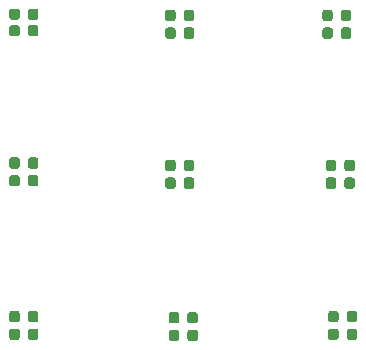
<source format=gtp>
G04 #@! TF.GenerationSoftware,KiCad,Pcbnew,(5.0.2)-1*
G04 #@! TF.CreationDate,2019-01-19T12:13:54+11:00*
G04 #@! TF.ProjectId,WarGames_SAO,57617247-616d-4657-935f-53414f2e6b69,rev?*
G04 #@! TF.SameCoordinates,Original*
G04 #@! TF.FileFunction,Paste,Top*
G04 #@! TF.FilePolarity,Positive*
%FSLAX46Y46*%
G04 Gerber Fmt 4.6, Leading zero omitted, Abs format (unit mm)*
G04 Created by KiCad (PCBNEW (5.0.2)-1) date 19/01/2019 12:13:54*
%MOMM*%
%LPD*%
G01*
G04 APERTURE LIST*
%ADD10C,0.100000*%
%ADD11C,0.875000*%
G04 APERTURE END LIST*
D10*
G04 #@! TO.C,D1*
G36*
X114752691Y-49526053D02*
X114773926Y-49529203D01*
X114794750Y-49534419D01*
X114814962Y-49541651D01*
X114834368Y-49550830D01*
X114852781Y-49561866D01*
X114870024Y-49574654D01*
X114885930Y-49589070D01*
X114900346Y-49604976D01*
X114913134Y-49622219D01*
X114924170Y-49640632D01*
X114933349Y-49660038D01*
X114940581Y-49680250D01*
X114945797Y-49701074D01*
X114948947Y-49722309D01*
X114950000Y-49743750D01*
X114950000Y-50256250D01*
X114948947Y-50277691D01*
X114945797Y-50298926D01*
X114940581Y-50319750D01*
X114933349Y-50339962D01*
X114924170Y-50359368D01*
X114913134Y-50377781D01*
X114900346Y-50395024D01*
X114885930Y-50410930D01*
X114870024Y-50425346D01*
X114852781Y-50438134D01*
X114834368Y-50449170D01*
X114814962Y-50458349D01*
X114794750Y-50465581D01*
X114773926Y-50470797D01*
X114752691Y-50473947D01*
X114731250Y-50475000D01*
X114293750Y-50475000D01*
X114272309Y-50473947D01*
X114251074Y-50470797D01*
X114230250Y-50465581D01*
X114210038Y-50458349D01*
X114190632Y-50449170D01*
X114172219Y-50438134D01*
X114154976Y-50425346D01*
X114139070Y-50410930D01*
X114124654Y-50395024D01*
X114111866Y-50377781D01*
X114100830Y-50359368D01*
X114091651Y-50339962D01*
X114084419Y-50319750D01*
X114079203Y-50298926D01*
X114076053Y-50277691D01*
X114075000Y-50256250D01*
X114075000Y-49743750D01*
X114076053Y-49722309D01*
X114079203Y-49701074D01*
X114084419Y-49680250D01*
X114091651Y-49660038D01*
X114100830Y-49640632D01*
X114111866Y-49622219D01*
X114124654Y-49604976D01*
X114139070Y-49589070D01*
X114154976Y-49574654D01*
X114172219Y-49561866D01*
X114190632Y-49550830D01*
X114210038Y-49541651D01*
X114230250Y-49534419D01*
X114251074Y-49529203D01*
X114272309Y-49526053D01*
X114293750Y-49525000D01*
X114731250Y-49525000D01*
X114752691Y-49526053D01*
X114752691Y-49526053D01*
G37*
D11*
X114512500Y-50000000D03*
D10*
G36*
X116327691Y-49526053D02*
X116348926Y-49529203D01*
X116369750Y-49534419D01*
X116389962Y-49541651D01*
X116409368Y-49550830D01*
X116427781Y-49561866D01*
X116445024Y-49574654D01*
X116460930Y-49589070D01*
X116475346Y-49604976D01*
X116488134Y-49622219D01*
X116499170Y-49640632D01*
X116508349Y-49660038D01*
X116515581Y-49680250D01*
X116520797Y-49701074D01*
X116523947Y-49722309D01*
X116525000Y-49743750D01*
X116525000Y-50256250D01*
X116523947Y-50277691D01*
X116520797Y-50298926D01*
X116515581Y-50319750D01*
X116508349Y-50339962D01*
X116499170Y-50359368D01*
X116488134Y-50377781D01*
X116475346Y-50395024D01*
X116460930Y-50410930D01*
X116445024Y-50425346D01*
X116427781Y-50438134D01*
X116409368Y-50449170D01*
X116389962Y-50458349D01*
X116369750Y-50465581D01*
X116348926Y-50470797D01*
X116327691Y-50473947D01*
X116306250Y-50475000D01*
X115868750Y-50475000D01*
X115847309Y-50473947D01*
X115826074Y-50470797D01*
X115805250Y-50465581D01*
X115785038Y-50458349D01*
X115765632Y-50449170D01*
X115747219Y-50438134D01*
X115729976Y-50425346D01*
X115714070Y-50410930D01*
X115699654Y-50395024D01*
X115686866Y-50377781D01*
X115675830Y-50359368D01*
X115666651Y-50339962D01*
X115659419Y-50319750D01*
X115654203Y-50298926D01*
X115651053Y-50277691D01*
X115650000Y-50256250D01*
X115650000Y-49743750D01*
X115651053Y-49722309D01*
X115654203Y-49701074D01*
X115659419Y-49680250D01*
X115666651Y-49660038D01*
X115675830Y-49640632D01*
X115686866Y-49622219D01*
X115699654Y-49604976D01*
X115714070Y-49589070D01*
X115729976Y-49574654D01*
X115747219Y-49561866D01*
X115765632Y-49550830D01*
X115785038Y-49541651D01*
X115805250Y-49534419D01*
X115826074Y-49529203D01*
X115847309Y-49526053D01*
X115868750Y-49525000D01*
X116306250Y-49525000D01*
X116327691Y-49526053D01*
X116327691Y-49526053D01*
G37*
D11*
X116087500Y-50000000D03*
G04 #@! TD*
D10*
G04 #@! TO.C,D2*
G36*
X127952691Y-49626053D02*
X127973926Y-49629203D01*
X127994750Y-49634419D01*
X128014962Y-49641651D01*
X128034368Y-49650830D01*
X128052781Y-49661866D01*
X128070024Y-49674654D01*
X128085930Y-49689070D01*
X128100346Y-49704976D01*
X128113134Y-49722219D01*
X128124170Y-49740632D01*
X128133349Y-49760038D01*
X128140581Y-49780250D01*
X128145797Y-49801074D01*
X128148947Y-49822309D01*
X128150000Y-49843750D01*
X128150000Y-50356250D01*
X128148947Y-50377691D01*
X128145797Y-50398926D01*
X128140581Y-50419750D01*
X128133349Y-50439962D01*
X128124170Y-50459368D01*
X128113134Y-50477781D01*
X128100346Y-50495024D01*
X128085930Y-50510930D01*
X128070024Y-50525346D01*
X128052781Y-50538134D01*
X128034368Y-50549170D01*
X128014962Y-50558349D01*
X127994750Y-50565581D01*
X127973926Y-50570797D01*
X127952691Y-50573947D01*
X127931250Y-50575000D01*
X127493750Y-50575000D01*
X127472309Y-50573947D01*
X127451074Y-50570797D01*
X127430250Y-50565581D01*
X127410038Y-50558349D01*
X127390632Y-50549170D01*
X127372219Y-50538134D01*
X127354976Y-50525346D01*
X127339070Y-50510930D01*
X127324654Y-50495024D01*
X127311866Y-50477781D01*
X127300830Y-50459368D01*
X127291651Y-50439962D01*
X127284419Y-50419750D01*
X127279203Y-50398926D01*
X127276053Y-50377691D01*
X127275000Y-50356250D01*
X127275000Y-49843750D01*
X127276053Y-49822309D01*
X127279203Y-49801074D01*
X127284419Y-49780250D01*
X127291651Y-49760038D01*
X127300830Y-49740632D01*
X127311866Y-49722219D01*
X127324654Y-49704976D01*
X127339070Y-49689070D01*
X127354976Y-49674654D01*
X127372219Y-49661866D01*
X127390632Y-49650830D01*
X127410038Y-49641651D01*
X127430250Y-49634419D01*
X127451074Y-49629203D01*
X127472309Y-49626053D01*
X127493750Y-49625000D01*
X127931250Y-49625000D01*
X127952691Y-49626053D01*
X127952691Y-49626053D01*
G37*
D11*
X127712500Y-50100000D03*
D10*
G36*
X129527691Y-49626053D02*
X129548926Y-49629203D01*
X129569750Y-49634419D01*
X129589962Y-49641651D01*
X129609368Y-49650830D01*
X129627781Y-49661866D01*
X129645024Y-49674654D01*
X129660930Y-49689070D01*
X129675346Y-49704976D01*
X129688134Y-49722219D01*
X129699170Y-49740632D01*
X129708349Y-49760038D01*
X129715581Y-49780250D01*
X129720797Y-49801074D01*
X129723947Y-49822309D01*
X129725000Y-49843750D01*
X129725000Y-50356250D01*
X129723947Y-50377691D01*
X129720797Y-50398926D01*
X129715581Y-50419750D01*
X129708349Y-50439962D01*
X129699170Y-50459368D01*
X129688134Y-50477781D01*
X129675346Y-50495024D01*
X129660930Y-50510930D01*
X129645024Y-50525346D01*
X129627781Y-50538134D01*
X129609368Y-50549170D01*
X129589962Y-50558349D01*
X129569750Y-50565581D01*
X129548926Y-50570797D01*
X129527691Y-50573947D01*
X129506250Y-50575000D01*
X129068750Y-50575000D01*
X129047309Y-50573947D01*
X129026074Y-50570797D01*
X129005250Y-50565581D01*
X128985038Y-50558349D01*
X128965632Y-50549170D01*
X128947219Y-50538134D01*
X128929976Y-50525346D01*
X128914070Y-50510930D01*
X128899654Y-50495024D01*
X128886866Y-50477781D01*
X128875830Y-50459368D01*
X128866651Y-50439962D01*
X128859419Y-50419750D01*
X128854203Y-50398926D01*
X128851053Y-50377691D01*
X128850000Y-50356250D01*
X128850000Y-49843750D01*
X128851053Y-49822309D01*
X128854203Y-49801074D01*
X128859419Y-49780250D01*
X128866651Y-49760038D01*
X128875830Y-49740632D01*
X128886866Y-49722219D01*
X128899654Y-49704976D01*
X128914070Y-49689070D01*
X128929976Y-49674654D01*
X128947219Y-49661866D01*
X128965632Y-49650830D01*
X128985038Y-49641651D01*
X129005250Y-49634419D01*
X129026074Y-49629203D01*
X129047309Y-49626053D01*
X129068750Y-49625000D01*
X129506250Y-49625000D01*
X129527691Y-49626053D01*
X129527691Y-49626053D01*
G37*
D11*
X129287500Y-50100000D03*
G04 #@! TD*
D10*
G04 #@! TO.C,D3*
G36*
X114752691Y-50926053D02*
X114773926Y-50929203D01*
X114794750Y-50934419D01*
X114814962Y-50941651D01*
X114834368Y-50950830D01*
X114852781Y-50961866D01*
X114870024Y-50974654D01*
X114885930Y-50989070D01*
X114900346Y-51004976D01*
X114913134Y-51022219D01*
X114924170Y-51040632D01*
X114933349Y-51060038D01*
X114940581Y-51080250D01*
X114945797Y-51101074D01*
X114948947Y-51122309D01*
X114950000Y-51143750D01*
X114950000Y-51656250D01*
X114948947Y-51677691D01*
X114945797Y-51698926D01*
X114940581Y-51719750D01*
X114933349Y-51739962D01*
X114924170Y-51759368D01*
X114913134Y-51777781D01*
X114900346Y-51795024D01*
X114885930Y-51810930D01*
X114870024Y-51825346D01*
X114852781Y-51838134D01*
X114834368Y-51849170D01*
X114814962Y-51858349D01*
X114794750Y-51865581D01*
X114773926Y-51870797D01*
X114752691Y-51873947D01*
X114731250Y-51875000D01*
X114293750Y-51875000D01*
X114272309Y-51873947D01*
X114251074Y-51870797D01*
X114230250Y-51865581D01*
X114210038Y-51858349D01*
X114190632Y-51849170D01*
X114172219Y-51838134D01*
X114154976Y-51825346D01*
X114139070Y-51810930D01*
X114124654Y-51795024D01*
X114111866Y-51777781D01*
X114100830Y-51759368D01*
X114091651Y-51739962D01*
X114084419Y-51719750D01*
X114079203Y-51698926D01*
X114076053Y-51677691D01*
X114075000Y-51656250D01*
X114075000Y-51143750D01*
X114076053Y-51122309D01*
X114079203Y-51101074D01*
X114084419Y-51080250D01*
X114091651Y-51060038D01*
X114100830Y-51040632D01*
X114111866Y-51022219D01*
X114124654Y-51004976D01*
X114139070Y-50989070D01*
X114154976Y-50974654D01*
X114172219Y-50961866D01*
X114190632Y-50950830D01*
X114210038Y-50941651D01*
X114230250Y-50934419D01*
X114251074Y-50929203D01*
X114272309Y-50926053D01*
X114293750Y-50925000D01*
X114731250Y-50925000D01*
X114752691Y-50926053D01*
X114752691Y-50926053D01*
G37*
D11*
X114512500Y-51400000D03*
D10*
G36*
X116327691Y-50926053D02*
X116348926Y-50929203D01*
X116369750Y-50934419D01*
X116389962Y-50941651D01*
X116409368Y-50950830D01*
X116427781Y-50961866D01*
X116445024Y-50974654D01*
X116460930Y-50989070D01*
X116475346Y-51004976D01*
X116488134Y-51022219D01*
X116499170Y-51040632D01*
X116508349Y-51060038D01*
X116515581Y-51080250D01*
X116520797Y-51101074D01*
X116523947Y-51122309D01*
X116525000Y-51143750D01*
X116525000Y-51656250D01*
X116523947Y-51677691D01*
X116520797Y-51698926D01*
X116515581Y-51719750D01*
X116508349Y-51739962D01*
X116499170Y-51759368D01*
X116488134Y-51777781D01*
X116475346Y-51795024D01*
X116460930Y-51810930D01*
X116445024Y-51825346D01*
X116427781Y-51838134D01*
X116409368Y-51849170D01*
X116389962Y-51858349D01*
X116369750Y-51865581D01*
X116348926Y-51870797D01*
X116327691Y-51873947D01*
X116306250Y-51875000D01*
X115868750Y-51875000D01*
X115847309Y-51873947D01*
X115826074Y-51870797D01*
X115805250Y-51865581D01*
X115785038Y-51858349D01*
X115765632Y-51849170D01*
X115747219Y-51838134D01*
X115729976Y-51825346D01*
X115714070Y-51810930D01*
X115699654Y-51795024D01*
X115686866Y-51777781D01*
X115675830Y-51759368D01*
X115666651Y-51739962D01*
X115659419Y-51719750D01*
X115654203Y-51698926D01*
X115651053Y-51677691D01*
X115650000Y-51656250D01*
X115650000Y-51143750D01*
X115651053Y-51122309D01*
X115654203Y-51101074D01*
X115659419Y-51080250D01*
X115666651Y-51060038D01*
X115675830Y-51040632D01*
X115686866Y-51022219D01*
X115699654Y-51004976D01*
X115714070Y-50989070D01*
X115729976Y-50974654D01*
X115747219Y-50961866D01*
X115765632Y-50950830D01*
X115785038Y-50941651D01*
X115805250Y-50934419D01*
X115826074Y-50929203D01*
X115847309Y-50926053D01*
X115868750Y-50925000D01*
X116306250Y-50925000D01*
X116327691Y-50926053D01*
X116327691Y-50926053D01*
G37*
D11*
X116087500Y-51400000D03*
G04 #@! TD*
D10*
G04 #@! TO.C,D4*
G36*
X127952691Y-51126053D02*
X127973926Y-51129203D01*
X127994750Y-51134419D01*
X128014962Y-51141651D01*
X128034368Y-51150830D01*
X128052781Y-51161866D01*
X128070024Y-51174654D01*
X128085930Y-51189070D01*
X128100346Y-51204976D01*
X128113134Y-51222219D01*
X128124170Y-51240632D01*
X128133349Y-51260038D01*
X128140581Y-51280250D01*
X128145797Y-51301074D01*
X128148947Y-51322309D01*
X128150000Y-51343750D01*
X128150000Y-51856250D01*
X128148947Y-51877691D01*
X128145797Y-51898926D01*
X128140581Y-51919750D01*
X128133349Y-51939962D01*
X128124170Y-51959368D01*
X128113134Y-51977781D01*
X128100346Y-51995024D01*
X128085930Y-52010930D01*
X128070024Y-52025346D01*
X128052781Y-52038134D01*
X128034368Y-52049170D01*
X128014962Y-52058349D01*
X127994750Y-52065581D01*
X127973926Y-52070797D01*
X127952691Y-52073947D01*
X127931250Y-52075000D01*
X127493750Y-52075000D01*
X127472309Y-52073947D01*
X127451074Y-52070797D01*
X127430250Y-52065581D01*
X127410038Y-52058349D01*
X127390632Y-52049170D01*
X127372219Y-52038134D01*
X127354976Y-52025346D01*
X127339070Y-52010930D01*
X127324654Y-51995024D01*
X127311866Y-51977781D01*
X127300830Y-51959368D01*
X127291651Y-51939962D01*
X127284419Y-51919750D01*
X127279203Y-51898926D01*
X127276053Y-51877691D01*
X127275000Y-51856250D01*
X127275000Y-51343750D01*
X127276053Y-51322309D01*
X127279203Y-51301074D01*
X127284419Y-51280250D01*
X127291651Y-51260038D01*
X127300830Y-51240632D01*
X127311866Y-51222219D01*
X127324654Y-51204976D01*
X127339070Y-51189070D01*
X127354976Y-51174654D01*
X127372219Y-51161866D01*
X127390632Y-51150830D01*
X127410038Y-51141651D01*
X127430250Y-51134419D01*
X127451074Y-51129203D01*
X127472309Y-51126053D01*
X127493750Y-51125000D01*
X127931250Y-51125000D01*
X127952691Y-51126053D01*
X127952691Y-51126053D01*
G37*
D11*
X127712500Y-51600000D03*
D10*
G36*
X129527691Y-51126053D02*
X129548926Y-51129203D01*
X129569750Y-51134419D01*
X129589962Y-51141651D01*
X129609368Y-51150830D01*
X129627781Y-51161866D01*
X129645024Y-51174654D01*
X129660930Y-51189070D01*
X129675346Y-51204976D01*
X129688134Y-51222219D01*
X129699170Y-51240632D01*
X129708349Y-51260038D01*
X129715581Y-51280250D01*
X129720797Y-51301074D01*
X129723947Y-51322309D01*
X129725000Y-51343750D01*
X129725000Y-51856250D01*
X129723947Y-51877691D01*
X129720797Y-51898926D01*
X129715581Y-51919750D01*
X129708349Y-51939962D01*
X129699170Y-51959368D01*
X129688134Y-51977781D01*
X129675346Y-51995024D01*
X129660930Y-52010930D01*
X129645024Y-52025346D01*
X129627781Y-52038134D01*
X129609368Y-52049170D01*
X129589962Y-52058349D01*
X129569750Y-52065581D01*
X129548926Y-52070797D01*
X129527691Y-52073947D01*
X129506250Y-52075000D01*
X129068750Y-52075000D01*
X129047309Y-52073947D01*
X129026074Y-52070797D01*
X129005250Y-52065581D01*
X128985038Y-52058349D01*
X128965632Y-52049170D01*
X128947219Y-52038134D01*
X128929976Y-52025346D01*
X128914070Y-52010930D01*
X128899654Y-51995024D01*
X128886866Y-51977781D01*
X128875830Y-51959368D01*
X128866651Y-51939962D01*
X128859419Y-51919750D01*
X128854203Y-51898926D01*
X128851053Y-51877691D01*
X128850000Y-51856250D01*
X128850000Y-51343750D01*
X128851053Y-51322309D01*
X128854203Y-51301074D01*
X128859419Y-51280250D01*
X128866651Y-51260038D01*
X128875830Y-51240632D01*
X128886866Y-51222219D01*
X128899654Y-51204976D01*
X128914070Y-51189070D01*
X128929976Y-51174654D01*
X128947219Y-51161866D01*
X128965632Y-51150830D01*
X128985038Y-51141651D01*
X129005250Y-51134419D01*
X129026074Y-51129203D01*
X129047309Y-51126053D01*
X129068750Y-51125000D01*
X129506250Y-51125000D01*
X129527691Y-51126053D01*
X129527691Y-51126053D01*
G37*
D11*
X129287500Y-51600000D03*
G04 #@! TD*
D10*
G04 #@! TO.C,D5*
G36*
X141252691Y-49626053D02*
X141273926Y-49629203D01*
X141294750Y-49634419D01*
X141314962Y-49641651D01*
X141334368Y-49650830D01*
X141352781Y-49661866D01*
X141370024Y-49674654D01*
X141385930Y-49689070D01*
X141400346Y-49704976D01*
X141413134Y-49722219D01*
X141424170Y-49740632D01*
X141433349Y-49760038D01*
X141440581Y-49780250D01*
X141445797Y-49801074D01*
X141448947Y-49822309D01*
X141450000Y-49843750D01*
X141450000Y-50356250D01*
X141448947Y-50377691D01*
X141445797Y-50398926D01*
X141440581Y-50419750D01*
X141433349Y-50439962D01*
X141424170Y-50459368D01*
X141413134Y-50477781D01*
X141400346Y-50495024D01*
X141385930Y-50510930D01*
X141370024Y-50525346D01*
X141352781Y-50538134D01*
X141334368Y-50549170D01*
X141314962Y-50558349D01*
X141294750Y-50565581D01*
X141273926Y-50570797D01*
X141252691Y-50573947D01*
X141231250Y-50575000D01*
X140793750Y-50575000D01*
X140772309Y-50573947D01*
X140751074Y-50570797D01*
X140730250Y-50565581D01*
X140710038Y-50558349D01*
X140690632Y-50549170D01*
X140672219Y-50538134D01*
X140654976Y-50525346D01*
X140639070Y-50510930D01*
X140624654Y-50495024D01*
X140611866Y-50477781D01*
X140600830Y-50459368D01*
X140591651Y-50439962D01*
X140584419Y-50419750D01*
X140579203Y-50398926D01*
X140576053Y-50377691D01*
X140575000Y-50356250D01*
X140575000Y-49843750D01*
X140576053Y-49822309D01*
X140579203Y-49801074D01*
X140584419Y-49780250D01*
X140591651Y-49760038D01*
X140600830Y-49740632D01*
X140611866Y-49722219D01*
X140624654Y-49704976D01*
X140639070Y-49689070D01*
X140654976Y-49674654D01*
X140672219Y-49661866D01*
X140690632Y-49650830D01*
X140710038Y-49641651D01*
X140730250Y-49634419D01*
X140751074Y-49629203D01*
X140772309Y-49626053D01*
X140793750Y-49625000D01*
X141231250Y-49625000D01*
X141252691Y-49626053D01*
X141252691Y-49626053D01*
G37*
D11*
X141012500Y-50100000D03*
D10*
G36*
X142827691Y-49626053D02*
X142848926Y-49629203D01*
X142869750Y-49634419D01*
X142889962Y-49641651D01*
X142909368Y-49650830D01*
X142927781Y-49661866D01*
X142945024Y-49674654D01*
X142960930Y-49689070D01*
X142975346Y-49704976D01*
X142988134Y-49722219D01*
X142999170Y-49740632D01*
X143008349Y-49760038D01*
X143015581Y-49780250D01*
X143020797Y-49801074D01*
X143023947Y-49822309D01*
X143025000Y-49843750D01*
X143025000Y-50356250D01*
X143023947Y-50377691D01*
X143020797Y-50398926D01*
X143015581Y-50419750D01*
X143008349Y-50439962D01*
X142999170Y-50459368D01*
X142988134Y-50477781D01*
X142975346Y-50495024D01*
X142960930Y-50510930D01*
X142945024Y-50525346D01*
X142927781Y-50538134D01*
X142909368Y-50549170D01*
X142889962Y-50558349D01*
X142869750Y-50565581D01*
X142848926Y-50570797D01*
X142827691Y-50573947D01*
X142806250Y-50575000D01*
X142368750Y-50575000D01*
X142347309Y-50573947D01*
X142326074Y-50570797D01*
X142305250Y-50565581D01*
X142285038Y-50558349D01*
X142265632Y-50549170D01*
X142247219Y-50538134D01*
X142229976Y-50525346D01*
X142214070Y-50510930D01*
X142199654Y-50495024D01*
X142186866Y-50477781D01*
X142175830Y-50459368D01*
X142166651Y-50439962D01*
X142159419Y-50419750D01*
X142154203Y-50398926D01*
X142151053Y-50377691D01*
X142150000Y-50356250D01*
X142150000Y-49843750D01*
X142151053Y-49822309D01*
X142154203Y-49801074D01*
X142159419Y-49780250D01*
X142166651Y-49760038D01*
X142175830Y-49740632D01*
X142186866Y-49722219D01*
X142199654Y-49704976D01*
X142214070Y-49689070D01*
X142229976Y-49674654D01*
X142247219Y-49661866D01*
X142265632Y-49650830D01*
X142285038Y-49641651D01*
X142305250Y-49634419D01*
X142326074Y-49629203D01*
X142347309Y-49626053D01*
X142368750Y-49625000D01*
X142806250Y-49625000D01*
X142827691Y-49626053D01*
X142827691Y-49626053D01*
G37*
D11*
X142587500Y-50100000D03*
G04 #@! TD*
D10*
G04 #@! TO.C,D6*
G36*
X141552691Y-62326053D02*
X141573926Y-62329203D01*
X141594750Y-62334419D01*
X141614962Y-62341651D01*
X141634368Y-62350830D01*
X141652781Y-62361866D01*
X141670024Y-62374654D01*
X141685930Y-62389070D01*
X141700346Y-62404976D01*
X141713134Y-62422219D01*
X141724170Y-62440632D01*
X141733349Y-62460038D01*
X141740581Y-62480250D01*
X141745797Y-62501074D01*
X141748947Y-62522309D01*
X141750000Y-62543750D01*
X141750000Y-63056250D01*
X141748947Y-63077691D01*
X141745797Y-63098926D01*
X141740581Y-63119750D01*
X141733349Y-63139962D01*
X141724170Y-63159368D01*
X141713134Y-63177781D01*
X141700346Y-63195024D01*
X141685930Y-63210930D01*
X141670024Y-63225346D01*
X141652781Y-63238134D01*
X141634368Y-63249170D01*
X141614962Y-63258349D01*
X141594750Y-63265581D01*
X141573926Y-63270797D01*
X141552691Y-63273947D01*
X141531250Y-63275000D01*
X141093750Y-63275000D01*
X141072309Y-63273947D01*
X141051074Y-63270797D01*
X141030250Y-63265581D01*
X141010038Y-63258349D01*
X140990632Y-63249170D01*
X140972219Y-63238134D01*
X140954976Y-63225346D01*
X140939070Y-63210930D01*
X140924654Y-63195024D01*
X140911866Y-63177781D01*
X140900830Y-63159368D01*
X140891651Y-63139962D01*
X140884419Y-63119750D01*
X140879203Y-63098926D01*
X140876053Y-63077691D01*
X140875000Y-63056250D01*
X140875000Y-62543750D01*
X140876053Y-62522309D01*
X140879203Y-62501074D01*
X140884419Y-62480250D01*
X140891651Y-62460038D01*
X140900830Y-62440632D01*
X140911866Y-62422219D01*
X140924654Y-62404976D01*
X140939070Y-62389070D01*
X140954976Y-62374654D01*
X140972219Y-62361866D01*
X140990632Y-62350830D01*
X141010038Y-62341651D01*
X141030250Y-62334419D01*
X141051074Y-62329203D01*
X141072309Y-62326053D01*
X141093750Y-62325000D01*
X141531250Y-62325000D01*
X141552691Y-62326053D01*
X141552691Y-62326053D01*
G37*
D11*
X141312500Y-62800000D03*
D10*
G36*
X143127691Y-62326053D02*
X143148926Y-62329203D01*
X143169750Y-62334419D01*
X143189962Y-62341651D01*
X143209368Y-62350830D01*
X143227781Y-62361866D01*
X143245024Y-62374654D01*
X143260930Y-62389070D01*
X143275346Y-62404976D01*
X143288134Y-62422219D01*
X143299170Y-62440632D01*
X143308349Y-62460038D01*
X143315581Y-62480250D01*
X143320797Y-62501074D01*
X143323947Y-62522309D01*
X143325000Y-62543750D01*
X143325000Y-63056250D01*
X143323947Y-63077691D01*
X143320797Y-63098926D01*
X143315581Y-63119750D01*
X143308349Y-63139962D01*
X143299170Y-63159368D01*
X143288134Y-63177781D01*
X143275346Y-63195024D01*
X143260930Y-63210930D01*
X143245024Y-63225346D01*
X143227781Y-63238134D01*
X143209368Y-63249170D01*
X143189962Y-63258349D01*
X143169750Y-63265581D01*
X143148926Y-63270797D01*
X143127691Y-63273947D01*
X143106250Y-63275000D01*
X142668750Y-63275000D01*
X142647309Y-63273947D01*
X142626074Y-63270797D01*
X142605250Y-63265581D01*
X142585038Y-63258349D01*
X142565632Y-63249170D01*
X142547219Y-63238134D01*
X142529976Y-63225346D01*
X142514070Y-63210930D01*
X142499654Y-63195024D01*
X142486866Y-63177781D01*
X142475830Y-63159368D01*
X142466651Y-63139962D01*
X142459419Y-63119750D01*
X142454203Y-63098926D01*
X142451053Y-63077691D01*
X142450000Y-63056250D01*
X142450000Y-62543750D01*
X142451053Y-62522309D01*
X142454203Y-62501074D01*
X142459419Y-62480250D01*
X142466651Y-62460038D01*
X142475830Y-62440632D01*
X142486866Y-62422219D01*
X142499654Y-62404976D01*
X142514070Y-62389070D01*
X142529976Y-62374654D01*
X142547219Y-62361866D01*
X142565632Y-62350830D01*
X142585038Y-62341651D01*
X142605250Y-62334419D01*
X142626074Y-62329203D01*
X142647309Y-62326053D01*
X142668750Y-62325000D01*
X143106250Y-62325000D01*
X143127691Y-62326053D01*
X143127691Y-62326053D01*
G37*
D11*
X142887500Y-62800000D03*
G04 #@! TD*
D10*
G04 #@! TO.C,D7*
G36*
X141265191Y-51126053D02*
X141286426Y-51129203D01*
X141307250Y-51134419D01*
X141327462Y-51141651D01*
X141346868Y-51150830D01*
X141365281Y-51161866D01*
X141382524Y-51174654D01*
X141398430Y-51189070D01*
X141412846Y-51204976D01*
X141425634Y-51222219D01*
X141436670Y-51240632D01*
X141445849Y-51260038D01*
X141453081Y-51280250D01*
X141458297Y-51301074D01*
X141461447Y-51322309D01*
X141462500Y-51343750D01*
X141462500Y-51856250D01*
X141461447Y-51877691D01*
X141458297Y-51898926D01*
X141453081Y-51919750D01*
X141445849Y-51939962D01*
X141436670Y-51959368D01*
X141425634Y-51977781D01*
X141412846Y-51995024D01*
X141398430Y-52010930D01*
X141382524Y-52025346D01*
X141365281Y-52038134D01*
X141346868Y-52049170D01*
X141327462Y-52058349D01*
X141307250Y-52065581D01*
X141286426Y-52070797D01*
X141265191Y-52073947D01*
X141243750Y-52075000D01*
X140806250Y-52075000D01*
X140784809Y-52073947D01*
X140763574Y-52070797D01*
X140742750Y-52065581D01*
X140722538Y-52058349D01*
X140703132Y-52049170D01*
X140684719Y-52038134D01*
X140667476Y-52025346D01*
X140651570Y-52010930D01*
X140637154Y-51995024D01*
X140624366Y-51977781D01*
X140613330Y-51959368D01*
X140604151Y-51939962D01*
X140596919Y-51919750D01*
X140591703Y-51898926D01*
X140588553Y-51877691D01*
X140587500Y-51856250D01*
X140587500Y-51343750D01*
X140588553Y-51322309D01*
X140591703Y-51301074D01*
X140596919Y-51280250D01*
X140604151Y-51260038D01*
X140613330Y-51240632D01*
X140624366Y-51222219D01*
X140637154Y-51204976D01*
X140651570Y-51189070D01*
X140667476Y-51174654D01*
X140684719Y-51161866D01*
X140703132Y-51150830D01*
X140722538Y-51141651D01*
X140742750Y-51134419D01*
X140763574Y-51129203D01*
X140784809Y-51126053D01*
X140806250Y-51125000D01*
X141243750Y-51125000D01*
X141265191Y-51126053D01*
X141265191Y-51126053D01*
G37*
D11*
X141025000Y-51600000D03*
D10*
G36*
X142840191Y-51126053D02*
X142861426Y-51129203D01*
X142882250Y-51134419D01*
X142902462Y-51141651D01*
X142921868Y-51150830D01*
X142940281Y-51161866D01*
X142957524Y-51174654D01*
X142973430Y-51189070D01*
X142987846Y-51204976D01*
X143000634Y-51222219D01*
X143011670Y-51240632D01*
X143020849Y-51260038D01*
X143028081Y-51280250D01*
X143033297Y-51301074D01*
X143036447Y-51322309D01*
X143037500Y-51343750D01*
X143037500Y-51856250D01*
X143036447Y-51877691D01*
X143033297Y-51898926D01*
X143028081Y-51919750D01*
X143020849Y-51939962D01*
X143011670Y-51959368D01*
X143000634Y-51977781D01*
X142987846Y-51995024D01*
X142973430Y-52010930D01*
X142957524Y-52025346D01*
X142940281Y-52038134D01*
X142921868Y-52049170D01*
X142902462Y-52058349D01*
X142882250Y-52065581D01*
X142861426Y-52070797D01*
X142840191Y-52073947D01*
X142818750Y-52075000D01*
X142381250Y-52075000D01*
X142359809Y-52073947D01*
X142338574Y-52070797D01*
X142317750Y-52065581D01*
X142297538Y-52058349D01*
X142278132Y-52049170D01*
X142259719Y-52038134D01*
X142242476Y-52025346D01*
X142226570Y-52010930D01*
X142212154Y-51995024D01*
X142199366Y-51977781D01*
X142188330Y-51959368D01*
X142179151Y-51939962D01*
X142171919Y-51919750D01*
X142166703Y-51898926D01*
X142163553Y-51877691D01*
X142162500Y-51856250D01*
X142162500Y-51343750D01*
X142163553Y-51322309D01*
X142166703Y-51301074D01*
X142171919Y-51280250D01*
X142179151Y-51260038D01*
X142188330Y-51240632D01*
X142199366Y-51222219D01*
X142212154Y-51204976D01*
X142226570Y-51189070D01*
X142242476Y-51174654D01*
X142259719Y-51161866D01*
X142278132Y-51150830D01*
X142297538Y-51141651D01*
X142317750Y-51134419D01*
X142338574Y-51129203D01*
X142359809Y-51126053D01*
X142381250Y-51125000D01*
X142818750Y-51125000D01*
X142840191Y-51126053D01*
X142840191Y-51126053D01*
G37*
D11*
X142600000Y-51600000D03*
G04 #@! TD*
D10*
G04 #@! TO.C,D8*
G36*
X141552691Y-63826053D02*
X141573926Y-63829203D01*
X141594750Y-63834419D01*
X141614962Y-63841651D01*
X141634368Y-63850830D01*
X141652781Y-63861866D01*
X141670024Y-63874654D01*
X141685930Y-63889070D01*
X141700346Y-63904976D01*
X141713134Y-63922219D01*
X141724170Y-63940632D01*
X141733349Y-63960038D01*
X141740581Y-63980250D01*
X141745797Y-64001074D01*
X141748947Y-64022309D01*
X141750000Y-64043750D01*
X141750000Y-64556250D01*
X141748947Y-64577691D01*
X141745797Y-64598926D01*
X141740581Y-64619750D01*
X141733349Y-64639962D01*
X141724170Y-64659368D01*
X141713134Y-64677781D01*
X141700346Y-64695024D01*
X141685930Y-64710930D01*
X141670024Y-64725346D01*
X141652781Y-64738134D01*
X141634368Y-64749170D01*
X141614962Y-64758349D01*
X141594750Y-64765581D01*
X141573926Y-64770797D01*
X141552691Y-64773947D01*
X141531250Y-64775000D01*
X141093750Y-64775000D01*
X141072309Y-64773947D01*
X141051074Y-64770797D01*
X141030250Y-64765581D01*
X141010038Y-64758349D01*
X140990632Y-64749170D01*
X140972219Y-64738134D01*
X140954976Y-64725346D01*
X140939070Y-64710930D01*
X140924654Y-64695024D01*
X140911866Y-64677781D01*
X140900830Y-64659368D01*
X140891651Y-64639962D01*
X140884419Y-64619750D01*
X140879203Y-64598926D01*
X140876053Y-64577691D01*
X140875000Y-64556250D01*
X140875000Y-64043750D01*
X140876053Y-64022309D01*
X140879203Y-64001074D01*
X140884419Y-63980250D01*
X140891651Y-63960038D01*
X140900830Y-63940632D01*
X140911866Y-63922219D01*
X140924654Y-63904976D01*
X140939070Y-63889070D01*
X140954976Y-63874654D01*
X140972219Y-63861866D01*
X140990632Y-63850830D01*
X141010038Y-63841651D01*
X141030250Y-63834419D01*
X141051074Y-63829203D01*
X141072309Y-63826053D01*
X141093750Y-63825000D01*
X141531250Y-63825000D01*
X141552691Y-63826053D01*
X141552691Y-63826053D01*
G37*
D11*
X141312500Y-64300000D03*
D10*
G36*
X143127691Y-63826053D02*
X143148926Y-63829203D01*
X143169750Y-63834419D01*
X143189962Y-63841651D01*
X143209368Y-63850830D01*
X143227781Y-63861866D01*
X143245024Y-63874654D01*
X143260930Y-63889070D01*
X143275346Y-63904976D01*
X143288134Y-63922219D01*
X143299170Y-63940632D01*
X143308349Y-63960038D01*
X143315581Y-63980250D01*
X143320797Y-64001074D01*
X143323947Y-64022309D01*
X143325000Y-64043750D01*
X143325000Y-64556250D01*
X143323947Y-64577691D01*
X143320797Y-64598926D01*
X143315581Y-64619750D01*
X143308349Y-64639962D01*
X143299170Y-64659368D01*
X143288134Y-64677781D01*
X143275346Y-64695024D01*
X143260930Y-64710930D01*
X143245024Y-64725346D01*
X143227781Y-64738134D01*
X143209368Y-64749170D01*
X143189962Y-64758349D01*
X143169750Y-64765581D01*
X143148926Y-64770797D01*
X143127691Y-64773947D01*
X143106250Y-64775000D01*
X142668750Y-64775000D01*
X142647309Y-64773947D01*
X142626074Y-64770797D01*
X142605250Y-64765581D01*
X142585038Y-64758349D01*
X142565632Y-64749170D01*
X142547219Y-64738134D01*
X142529976Y-64725346D01*
X142514070Y-64710930D01*
X142499654Y-64695024D01*
X142486866Y-64677781D01*
X142475830Y-64659368D01*
X142466651Y-64639962D01*
X142459419Y-64619750D01*
X142454203Y-64598926D01*
X142451053Y-64577691D01*
X142450000Y-64556250D01*
X142450000Y-64043750D01*
X142451053Y-64022309D01*
X142454203Y-64001074D01*
X142459419Y-63980250D01*
X142466651Y-63960038D01*
X142475830Y-63940632D01*
X142486866Y-63922219D01*
X142499654Y-63904976D01*
X142514070Y-63889070D01*
X142529976Y-63874654D01*
X142547219Y-63861866D01*
X142565632Y-63850830D01*
X142585038Y-63841651D01*
X142605250Y-63834419D01*
X142626074Y-63829203D01*
X142647309Y-63826053D01*
X142668750Y-63825000D01*
X143106250Y-63825000D01*
X143127691Y-63826053D01*
X143127691Y-63826053D01*
G37*
D11*
X142887500Y-64300000D03*
G04 #@! TD*
D10*
G04 #@! TO.C,D9*
G36*
X127952691Y-62326053D02*
X127973926Y-62329203D01*
X127994750Y-62334419D01*
X128014962Y-62341651D01*
X128034368Y-62350830D01*
X128052781Y-62361866D01*
X128070024Y-62374654D01*
X128085930Y-62389070D01*
X128100346Y-62404976D01*
X128113134Y-62422219D01*
X128124170Y-62440632D01*
X128133349Y-62460038D01*
X128140581Y-62480250D01*
X128145797Y-62501074D01*
X128148947Y-62522309D01*
X128150000Y-62543750D01*
X128150000Y-63056250D01*
X128148947Y-63077691D01*
X128145797Y-63098926D01*
X128140581Y-63119750D01*
X128133349Y-63139962D01*
X128124170Y-63159368D01*
X128113134Y-63177781D01*
X128100346Y-63195024D01*
X128085930Y-63210930D01*
X128070024Y-63225346D01*
X128052781Y-63238134D01*
X128034368Y-63249170D01*
X128014962Y-63258349D01*
X127994750Y-63265581D01*
X127973926Y-63270797D01*
X127952691Y-63273947D01*
X127931250Y-63275000D01*
X127493750Y-63275000D01*
X127472309Y-63273947D01*
X127451074Y-63270797D01*
X127430250Y-63265581D01*
X127410038Y-63258349D01*
X127390632Y-63249170D01*
X127372219Y-63238134D01*
X127354976Y-63225346D01*
X127339070Y-63210930D01*
X127324654Y-63195024D01*
X127311866Y-63177781D01*
X127300830Y-63159368D01*
X127291651Y-63139962D01*
X127284419Y-63119750D01*
X127279203Y-63098926D01*
X127276053Y-63077691D01*
X127275000Y-63056250D01*
X127275000Y-62543750D01*
X127276053Y-62522309D01*
X127279203Y-62501074D01*
X127284419Y-62480250D01*
X127291651Y-62460038D01*
X127300830Y-62440632D01*
X127311866Y-62422219D01*
X127324654Y-62404976D01*
X127339070Y-62389070D01*
X127354976Y-62374654D01*
X127372219Y-62361866D01*
X127390632Y-62350830D01*
X127410038Y-62341651D01*
X127430250Y-62334419D01*
X127451074Y-62329203D01*
X127472309Y-62326053D01*
X127493750Y-62325000D01*
X127931250Y-62325000D01*
X127952691Y-62326053D01*
X127952691Y-62326053D01*
G37*
D11*
X127712500Y-62800000D03*
D10*
G36*
X129527691Y-62326053D02*
X129548926Y-62329203D01*
X129569750Y-62334419D01*
X129589962Y-62341651D01*
X129609368Y-62350830D01*
X129627781Y-62361866D01*
X129645024Y-62374654D01*
X129660930Y-62389070D01*
X129675346Y-62404976D01*
X129688134Y-62422219D01*
X129699170Y-62440632D01*
X129708349Y-62460038D01*
X129715581Y-62480250D01*
X129720797Y-62501074D01*
X129723947Y-62522309D01*
X129725000Y-62543750D01*
X129725000Y-63056250D01*
X129723947Y-63077691D01*
X129720797Y-63098926D01*
X129715581Y-63119750D01*
X129708349Y-63139962D01*
X129699170Y-63159368D01*
X129688134Y-63177781D01*
X129675346Y-63195024D01*
X129660930Y-63210930D01*
X129645024Y-63225346D01*
X129627781Y-63238134D01*
X129609368Y-63249170D01*
X129589962Y-63258349D01*
X129569750Y-63265581D01*
X129548926Y-63270797D01*
X129527691Y-63273947D01*
X129506250Y-63275000D01*
X129068750Y-63275000D01*
X129047309Y-63273947D01*
X129026074Y-63270797D01*
X129005250Y-63265581D01*
X128985038Y-63258349D01*
X128965632Y-63249170D01*
X128947219Y-63238134D01*
X128929976Y-63225346D01*
X128914070Y-63210930D01*
X128899654Y-63195024D01*
X128886866Y-63177781D01*
X128875830Y-63159368D01*
X128866651Y-63139962D01*
X128859419Y-63119750D01*
X128854203Y-63098926D01*
X128851053Y-63077691D01*
X128850000Y-63056250D01*
X128850000Y-62543750D01*
X128851053Y-62522309D01*
X128854203Y-62501074D01*
X128859419Y-62480250D01*
X128866651Y-62460038D01*
X128875830Y-62440632D01*
X128886866Y-62422219D01*
X128899654Y-62404976D01*
X128914070Y-62389070D01*
X128929976Y-62374654D01*
X128947219Y-62361866D01*
X128965632Y-62350830D01*
X128985038Y-62341651D01*
X129005250Y-62334419D01*
X129026074Y-62329203D01*
X129047309Y-62326053D01*
X129068750Y-62325000D01*
X129506250Y-62325000D01*
X129527691Y-62326053D01*
X129527691Y-62326053D01*
G37*
D11*
X129287500Y-62800000D03*
G04 #@! TD*
D10*
G04 #@! TO.C,D10*
G36*
X127952691Y-63826053D02*
X127973926Y-63829203D01*
X127994750Y-63834419D01*
X128014962Y-63841651D01*
X128034368Y-63850830D01*
X128052781Y-63861866D01*
X128070024Y-63874654D01*
X128085930Y-63889070D01*
X128100346Y-63904976D01*
X128113134Y-63922219D01*
X128124170Y-63940632D01*
X128133349Y-63960038D01*
X128140581Y-63980250D01*
X128145797Y-64001074D01*
X128148947Y-64022309D01*
X128150000Y-64043750D01*
X128150000Y-64556250D01*
X128148947Y-64577691D01*
X128145797Y-64598926D01*
X128140581Y-64619750D01*
X128133349Y-64639962D01*
X128124170Y-64659368D01*
X128113134Y-64677781D01*
X128100346Y-64695024D01*
X128085930Y-64710930D01*
X128070024Y-64725346D01*
X128052781Y-64738134D01*
X128034368Y-64749170D01*
X128014962Y-64758349D01*
X127994750Y-64765581D01*
X127973926Y-64770797D01*
X127952691Y-64773947D01*
X127931250Y-64775000D01*
X127493750Y-64775000D01*
X127472309Y-64773947D01*
X127451074Y-64770797D01*
X127430250Y-64765581D01*
X127410038Y-64758349D01*
X127390632Y-64749170D01*
X127372219Y-64738134D01*
X127354976Y-64725346D01*
X127339070Y-64710930D01*
X127324654Y-64695024D01*
X127311866Y-64677781D01*
X127300830Y-64659368D01*
X127291651Y-64639962D01*
X127284419Y-64619750D01*
X127279203Y-64598926D01*
X127276053Y-64577691D01*
X127275000Y-64556250D01*
X127275000Y-64043750D01*
X127276053Y-64022309D01*
X127279203Y-64001074D01*
X127284419Y-63980250D01*
X127291651Y-63960038D01*
X127300830Y-63940632D01*
X127311866Y-63922219D01*
X127324654Y-63904976D01*
X127339070Y-63889070D01*
X127354976Y-63874654D01*
X127372219Y-63861866D01*
X127390632Y-63850830D01*
X127410038Y-63841651D01*
X127430250Y-63834419D01*
X127451074Y-63829203D01*
X127472309Y-63826053D01*
X127493750Y-63825000D01*
X127931250Y-63825000D01*
X127952691Y-63826053D01*
X127952691Y-63826053D01*
G37*
D11*
X127712500Y-64300000D03*
D10*
G36*
X129527691Y-63826053D02*
X129548926Y-63829203D01*
X129569750Y-63834419D01*
X129589962Y-63841651D01*
X129609368Y-63850830D01*
X129627781Y-63861866D01*
X129645024Y-63874654D01*
X129660930Y-63889070D01*
X129675346Y-63904976D01*
X129688134Y-63922219D01*
X129699170Y-63940632D01*
X129708349Y-63960038D01*
X129715581Y-63980250D01*
X129720797Y-64001074D01*
X129723947Y-64022309D01*
X129725000Y-64043750D01*
X129725000Y-64556250D01*
X129723947Y-64577691D01*
X129720797Y-64598926D01*
X129715581Y-64619750D01*
X129708349Y-64639962D01*
X129699170Y-64659368D01*
X129688134Y-64677781D01*
X129675346Y-64695024D01*
X129660930Y-64710930D01*
X129645024Y-64725346D01*
X129627781Y-64738134D01*
X129609368Y-64749170D01*
X129589962Y-64758349D01*
X129569750Y-64765581D01*
X129548926Y-64770797D01*
X129527691Y-64773947D01*
X129506250Y-64775000D01*
X129068750Y-64775000D01*
X129047309Y-64773947D01*
X129026074Y-64770797D01*
X129005250Y-64765581D01*
X128985038Y-64758349D01*
X128965632Y-64749170D01*
X128947219Y-64738134D01*
X128929976Y-64725346D01*
X128914070Y-64710930D01*
X128899654Y-64695024D01*
X128886866Y-64677781D01*
X128875830Y-64659368D01*
X128866651Y-64639962D01*
X128859419Y-64619750D01*
X128854203Y-64598926D01*
X128851053Y-64577691D01*
X128850000Y-64556250D01*
X128850000Y-64043750D01*
X128851053Y-64022309D01*
X128854203Y-64001074D01*
X128859419Y-63980250D01*
X128866651Y-63960038D01*
X128875830Y-63940632D01*
X128886866Y-63922219D01*
X128899654Y-63904976D01*
X128914070Y-63889070D01*
X128929976Y-63874654D01*
X128947219Y-63861866D01*
X128965632Y-63850830D01*
X128985038Y-63841651D01*
X129005250Y-63834419D01*
X129026074Y-63829203D01*
X129047309Y-63826053D01*
X129068750Y-63825000D01*
X129506250Y-63825000D01*
X129527691Y-63826053D01*
X129527691Y-63826053D01*
G37*
D11*
X129287500Y-64300000D03*
G04 #@! TD*
D10*
G04 #@! TO.C,D11*
G36*
X116327691Y-62126053D02*
X116348926Y-62129203D01*
X116369750Y-62134419D01*
X116389962Y-62141651D01*
X116409368Y-62150830D01*
X116427781Y-62161866D01*
X116445024Y-62174654D01*
X116460930Y-62189070D01*
X116475346Y-62204976D01*
X116488134Y-62222219D01*
X116499170Y-62240632D01*
X116508349Y-62260038D01*
X116515581Y-62280250D01*
X116520797Y-62301074D01*
X116523947Y-62322309D01*
X116525000Y-62343750D01*
X116525000Y-62856250D01*
X116523947Y-62877691D01*
X116520797Y-62898926D01*
X116515581Y-62919750D01*
X116508349Y-62939962D01*
X116499170Y-62959368D01*
X116488134Y-62977781D01*
X116475346Y-62995024D01*
X116460930Y-63010930D01*
X116445024Y-63025346D01*
X116427781Y-63038134D01*
X116409368Y-63049170D01*
X116389962Y-63058349D01*
X116369750Y-63065581D01*
X116348926Y-63070797D01*
X116327691Y-63073947D01*
X116306250Y-63075000D01*
X115868750Y-63075000D01*
X115847309Y-63073947D01*
X115826074Y-63070797D01*
X115805250Y-63065581D01*
X115785038Y-63058349D01*
X115765632Y-63049170D01*
X115747219Y-63038134D01*
X115729976Y-63025346D01*
X115714070Y-63010930D01*
X115699654Y-62995024D01*
X115686866Y-62977781D01*
X115675830Y-62959368D01*
X115666651Y-62939962D01*
X115659419Y-62919750D01*
X115654203Y-62898926D01*
X115651053Y-62877691D01*
X115650000Y-62856250D01*
X115650000Y-62343750D01*
X115651053Y-62322309D01*
X115654203Y-62301074D01*
X115659419Y-62280250D01*
X115666651Y-62260038D01*
X115675830Y-62240632D01*
X115686866Y-62222219D01*
X115699654Y-62204976D01*
X115714070Y-62189070D01*
X115729976Y-62174654D01*
X115747219Y-62161866D01*
X115765632Y-62150830D01*
X115785038Y-62141651D01*
X115805250Y-62134419D01*
X115826074Y-62129203D01*
X115847309Y-62126053D01*
X115868750Y-62125000D01*
X116306250Y-62125000D01*
X116327691Y-62126053D01*
X116327691Y-62126053D01*
G37*
D11*
X116087500Y-62600000D03*
D10*
G36*
X114752691Y-62126053D02*
X114773926Y-62129203D01*
X114794750Y-62134419D01*
X114814962Y-62141651D01*
X114834368Y-62150830D01*
X114852781Y-62161866D01*
X114870024Y-62174654D01*
X114885930Y-62189070D01*
X114900346Y-62204976D01*
X114913134Y-62222219D01*
X114924170Y-62240632D01*
X114933349Y-62260038D01*
X114940581Y-62280250D01*
X114945797Y-62301074D01*
X114948947Y-62322309D01*
X114950000Y-62343750D01*
X114950000Y-62856250D01*
X114948947Y-62877691D01*
X114945797Y-62898926D01*
X114940581Y-62919750D01*
X114933349Y-62939962D01*
X114924170Y-62959368D01*
X114913134Y-62977781D01*
X114900346Y-62995024D01*
X114885930Y-63010930D01*
X114870024Y-63025346D01*
X114852781Y-63038134D01*
X114834368Y-63049170D01*
X114814962Y-63058349D01*
X114794750Y-63065581D01*
X114773926Y-63070797D01*
X114752691Y-63073947D01*
X114731250Y-63075000D01*
X114293750Y-63075000D01*
X114272309Y-63073947D01*
X114251074Y-63070797D01*
X114230250Y-63065581D01*
X114210038Y-63058349D01*
X114190632Y-63049170D01*
X114172219Y-63038134D01*
X114154976Y-63025346D01*
X114139070Y-63010930D01*
X114124654Y-62995024D01*
X114111866Y-62977781D01*
X114100830Y-62959368D01*
X114091651Y-62939962D01*
X114084419Y-62919750D01*
X114079203Y-62898926D01*
X114076053Y-62877691D01*
X114075000Y-62856250D01*
X114075000Y-62343750D01*
X114076053Y-62322309D01*
X114079203Y-62301074D01*
X114084419Y-62280250D01*
X114091651Y-62260038D01*
X114100830Y-62240632D01*
X114111866Y-62222219D01*
X114124654Y-62204976D01*
X114139070Y-62189070D01*
X114154976Y-62174654D01*
X114172219Y-62161866D01*
X114190632Y-62150830D01*
X114210038Y-62141651D01*
X114230250Y-62134419D01*
X114251074Y-62129203D01*
X114272309Y-62126053D01*
X114293750Y-62125000D01*
X114731250Y-62125000D01*
X114752691Y-62126053D01*
X114752691Y-62126053D01*
G37*
D11*
X114512500Y-62600000D03*
G04 #@! TD*
D10*
G04 #@! TO.C,D12*
G36*
X116327691Y-63626053D02*
X116348926Y-63629203D01*
X116369750Y-63634419D01*
X116389962Y-63641651D01*
X116409368Y-63650830D01*
X116427781Y-63661866D01*
X116445024Y-63674654D01*
X116460930Y-63689070D01*
X116475346Y-63704976D01*
X116488134Y-63722219D01*
X116499170Y-63740632D01*
X116508349Y-63760038D01*
X116515581Y-63780250D01*
X116520797Y-63801074D01*
X116523947Y-63822309D01*
X116525000Y-63843750D01*
X116525000Y-64356250D01*
X116523947Y-64377691D01*
X116520797Y-64398926D01*
X116515581Y-64419750D01*
X116508349Y-64439962D01*
X116499170Y-64459368D01*
X116488134Y-64477781D01*
X116475346Y-64495024D01*
X116460930Y-64510930D01*
X116445024Y-64525346D01*
X116427781Y-64538134D01*
X116409368Y-64549170D01*
X116389962Y-64558349D01*
X116369750Y-64565581D01*
X116348926Y-64570797D01*
X116327691Y-64573947D01*
X116306250Y-64575000D01*
X115868750Y-64575000D01*
X115847309Y-64573947D01*
X115826074Y-64570797D01*
X115805250Y-64565581D01*
X115785038Y-64558349D01*
X115765632Y-64549170D01*
X115747219Y-64538134D01*
X115729976Y-64525346D01*
X115714070Y-64510930D01*
X115699654Y-64495024D01*
X115686866Y-64477781D01*
X115675830Y-64459368D01*
X115666651Y-64439962D01*
X115659419Y-64419750D01*
X115654203Y-64398926D01*
X115651053Y-64377691D01*
X115650000Y-64356250D01*
X115650000Y-63843750D01*
X115651053Y-63822309D01*
X115654203Y-63801074D01*
X115659419Y-63780250D01*
X115666651Y-63760038D01*
X115675830Y-63740632D01*
X115686866Y-63722219D01*
X115699654Y-63704976D01*
X115714070Y-63689070D01*
X115729976Y-63674654D01*
X115747219Y-63661866D01*
X115765632Y-63650830D01*
X115785038Y-63641651D01*
X115805250Y-63634419D01*
X115826074Y-63629203D01*
X115847309Y-63626053D01*
X115868750Y-63625000D01*
X116306250Y-63625000D01*
X116327691Y-63626053D01*
X116327691Y-63626053D01*
G37*
D11*
X116087500Y-64100000D03*
D10*
G36*
X114752691Y-63626053D02*
X114773926Y-63629203D01*
X114794750Y-63634419D01*
X114814962Y-63641651D01*
X114834368Y-63650830D01*
X114852781Y-63661866D01*
X114870024Y-63674654D01*
X114885930Y-63689070D01*
X114900346Y-63704976D01*
X114913134Y-63722219D01*
X114924170Y-63740632D01*
X114933349Y-63760038D01*
X114940581Y-63780250D01*
X114945797Y-63801074D01*
X114948947Y-63822309D01*
X114950000Y-63843750D01*
X114950000Y-64356250D01*
X114948947Y-64377691D01*
X114945797Y-64398926D01*
X114940581Y-64419750D01*
X114933349Y-64439962D01*
X114924170Y-64459368D01*
X114913134Y-64477781D01*
X114900346Y-64495024D01*
X114885930Y-64510930D01*
X114870024Y-64525346D01*
X114852781Y-64538134D01*
X114834368Y-64549170D01*
X114814962Y-64558349D01*
X114794750Y-64565581D01*
X114773926Y-64570797D01*
X114752691Y-64573947D01*
X114731250Y-64575000D01*
X114293750Y-64575000D01*
X114272309Y-64573947D01*
X114251074Y-64570797D01*
X114230250Y-64565581D01*
X114210038Y-64558349D01*
X114190632Y-64549170D01*
X114172219Y-64538134D01*
X114154976Y-64525346D01*
X114139070Y-64510930D01*
X114124654Y-64495024D01*
X114111866Y-64477781D01*
X114100830Y-64459368D01*
X114091651Y-64439962D01*
X114084419Y-64419750D01*
X114079203Y-64398926D01*
X114076053Y-64377691D01*
X114075000Y-64356250D01*
X114075000Y-63843750D01*
X114076053Y-63822309D01*
X114079203Y-63801074D01*
X114084419Y-63780250D01*
X114091651Y-63760038D01*
X114100830Y-63740632D01*
X114111866Y-63722219D01*
X114124654Y-63704976D01*
X114139070Y-63689070D01*
X114154976Y-63674654D01*
X114172219Y-63661866D01*
X114190632Y-63650830D01*
X114210038Y-63641651D01*
X114230250Y-63634419D01*
X114251074Y-63629203D01*
X114272309Y-63626053D01*
X114293750Y-63625000D01*
X114731250Y-63625000D01*
X114752691Y-63626053D01*
X114752691Y-63626053D01*
G37*
D11*
X114512500Y-64100000D03*
G04 #@! TD*
D10*
G04 #@! TO.C,D13*
G36*
X116327691Y-75126053D02*
X116348926Y-75129203D01*
X116369750Y-75134419D01*
X116389962Y-75141651D01*
X116409368Y-75150830D01*
X116427781Y-75161866D01*
X116445024Y-75174654D01*
X116460930Y-75189070D01*
X116475346Y-75204976D01*
X116488134Y-75222219D01*
X116499170Y-75240632D01*
X116508349Y-75260038D01*
X116515581Y-75280250D01*
X116520797Y-75301074D01*
X116523947Y-75322309D01*
X116525000Y-75343750D01*
X116525000Y-75856250D01*
X116523947Y-75877691D01*
X116520797Y-75898926D01*
X116515581Y-75919750D01*
X116508349Y-75939962D01*
X116499170Y-75959368D01*
X116488134Y-75977781D01*
X116475346Y-75995024D01*
X116460930Y-76010930D01*
X116445024Y-76025346D01*
X116427781Y-76038134D01*
X116409368Y-76049170D01*
X116389962Y-76058349D01*
X116369750Y-76065581D01*
X116348926Y-76070797D01*
X116327691Y-76073947D01*
X116306250Y-76075000D01*
X115868750Y-76075000D01*
X115847309Y-76073947D01*
X115826074Y-76070797D01*
X115805250Y-76065581D01*
X115785038Y-76058349D01*
X115765632Y-76049170D01*
X115747219Y-76038134D01*
X115729976Y-76025346D01*
X115714070Y-76010930D01*
X115699654Y-75995024D01*
X115686866Y-75977781D01*
X115675830Y-75959368D01*
X115666651Y-75939962D01*
X115659419Y-75919750D01*
X115654203Y-75898926D01*
X115651053Y-75877691D01*
X115650000Y-75856250D01*
X115650000Y-75343750D01*
X115651053Y-75322309D01*
X115654203Y-75301074D01*
X115659419Y-75280250D01*
X115666651Y-75260038D01*
X115675830Y-75240632D01*
X115686866Y-75222219D01*
X115699654Y-75204976D01*
X115714070Y-75189070D01*
X115729976Y-75174654D01*
X115747219Y-75161866D01*
X115765632Y-75150830D01*
X115785038Y-75141651D01*
X115805250Y-75134419D01*
X115826074Y-75129203D01*
X115847309Y-75126053D01*
X115868750Y-75125000D01*
X116306250Y-75125000D01*
X116327691Y-75126053D01*
X116327691Y-75126053D01*
G37*
D11*
X116087500Y-75600000D03*
D10*
G36*
X114752691Y-75126053D02*
X114773926Y-75129203D01*
X114794750Y-75134419D01*
X114814962Y-75141651D01*
X114834368Y-75150830D01*
X114852781Y-75161866D01*
X114870024Y-75174654D01*
X114885930Y-75189070D01*
X114900346Y-75204976D01*
X114913134Y-75222219D01*
X114924170Y-75240632D01*
X114933349Y-75260038D01*
X114940581Y-75280250D01*
X114945797Y-75301074D01*
X114948947Y-75322309D01*
X114950000Y-75343750D01*
X114950000Y-75856250D01*
X114948947Y-75877691D01*
X114945797Y-75898926D01*
X114940581Y-75919750D01*
X114933349Y-75939962D01*
X114924170Y-75959368D01*
X114913134Y-75977781D01*
X114900346Y-75995024D01*
X114885930Y-76010930D01*
X114870024Y-76025346D01*
X114852781Y-76038134D01*
X114834368Y-76049170D01*
X114814962Y-76058349D01*
X114794750Y-76065581D01*
X114773926Y-76070797D01*
X114752691Y-76073947D01*
X114731250Y-76075000D01*
X114293750Y-76075000D01*
X114272309Y-76073947D01*
X114251074Y-76070797D01*
X114230250Y-76065581D01*
X114210038Y-76058349D01*
X114190632Y-76049170D01*
X114172219Y-76038134D01*
X114154976Y-76025346D01*
X114139070Y-76010930D01*
X114124654Y-75995024D01*
X114111866Y-75977781D01*
X114100830Y-75959368D01*
X114091651Y-75939962D01*
X114084419Y-75919750D01*
X114079203Y-75898926D01*
X114076053Y-75877691D01*
X114075000Y-75856250D01*
X114075000Y-75343750D01*
X114076053Y-75322309D01*
X114079203Y-75301074D01*
X114084419Y-75280250D01*
X114091651Y-75260038D01*
X114100830Y-75240632D01*
X114111866Y-75222219D01*
X114124654Y-75204976D01*
X114139070Y-75189070D01*
X114154976Y-75174654D01*
X114172219Y-75161866D01*
X114190632Y-75150830D01*
X114210038Y-75141651D01*
X114230250Y-75134419D01*
X114251074Y-75129203D01*
X114272309Y-75126053D01*
X114293750Y-75125000D01*
X114731250Y-75125000D01*
X114752691Y-75126053D01*
X114752691Y-75126053D01*
G37*
D11*
X114512500Y-75600000D03*
G04 #@! TD*
D10*
G04 #@! TO.C,D14*
G36*
X116327691Y-76626053D02*
X116348926Y-76629203D01*
X116369750Y-76634419D01*
X116389962Y-76641651D01*
X116409368Y-76650830D01*
X116427781Y-76661866D01*
X116445024Y-76674654D01*
X116460930Y-76689070D01*
X116475346Y-76704976D01*
X116488134Y-76722219D01*
X116499170Y-76740632D01*
X116508349Y-76760038D01*
X116515581Y-76780250D01*
X116520797Y-76801074D01*
X116523947Y-76822309D01*
X116525000Y-76843750D01*
X116525000Y-77356250D01*
X116523947Y-77377691D01*
X116520797Y-77398926D01*
X116515581Y-77419750D01*
X116508349Y-77439962D01*
X116499170Y-77459368D01*
X116488134Y-77477781D01*
X116475346Y-77495024D01*
X116460930Y-77510930D01*
X116445024Y-77525346D01*
X116427781Y-77538134D01*
X116409368Y-77549170D01*
X116389962Y-77558349D01*
X116369750Y-77565581D01*
X116348926Y-77570797D01*
X116327691Y-77573947D01*
X116306250Y-77575000D01*
X115868750Y-77575000D01*
X115847309Y-77573947D01*
X115826074Y-77570797D01*
X115805250Y-77565581D01*
X115785038Y-77558349D01*
X115765632Y-77549170D01*
X115747219Y-77538134D01*
X115729976Y-77525346D01*
X115714070Y-77510930D01*
X115699654Y-77495024D01*
X115686866Y-77477781D01*
X115675830Y-77459368D01*
X115666651Y-77439962D01*
X115659419Y-77419750D01*
X115654203Y-77398926D01*
X115651053Y-77377691D01*
X115650000Y-77356250D01*
X115650000Y-76843750D01*
X115651053Y-76822309D01*
X115654203Y-76801074D01*
X115659419Y-76780250D01*
X115666651Y-76760038D01*
X115675830Y-76740632D01*
X115686866Y-76722219D01*
X115699654Y-76704976D01*
X115714070Y-76689070D01*
X115729976Y-76674654D01*
X115747219Y-76661866D01*
X115765632Y-76650830D01*
X115785038Y-76641651D01*
X115805250Y-76634419D01*
X115826074Y-76629203D01*
X115847309Y-76626053D01*
X115868750Y-76625000D01*
X116306250Y-76625000D01*
X116327691Y-76626053D01*
X116327691Y-76626053D01*
G37*
D11*
X116087500Y-77100000D03*
D10*
G36*
X114752691Y-76626053D02*
X114773926Y-76629203D01*
X114794750Y-76634419D01*
X114814962Y-76641651D01*
X114834368Y-76650830D01*
X114852781Y-76661866D01*
X114870024Y-76674654D01*
X114885930Y-76689070D01*
X114900346Y-76704976D01*
X114913134Y-76722219D01*
X114924170Y-76740632D01*
X114933349Y-76760038D01*
X114940581Y-76780250D01*
X114945797Y-76801074D01*
X114948947Y-76822309D01*
X114950000Y-76843750D01*
X114950000Y-77356250D01*
X114948947Y-77377691D01*
X114945797Y-77398926D01*
X114940581Y-77419750D01*
X114933349Y-77439962D01*
X114924170Y-77459368D01*
X114913134Y-77477781D01*
X114900346Y-77495024D01*
X114885930Y-77510930D01*
X114870024Y-77525346D01*
X114852781Y-77538134D01*
X114834368Y-77549170D01*
X114814962Y-77558349D01*
X114794750Y-77565581D01*
X114773926Y-77570797D01*
X114752691Y-77573947D01*
X114731250Y-77575000D01*
X114293750Y-77575000D01*
X114272309Y-77573947D01*
X114251074Y-77570797D01*
X114230250Y-77565581D01*
X114210038Y-77558349D01*
X114190632Y-77549170D01*
X114172219Y-77538134D01*
X114154976Y-77525346D01*
X114139070Y-77510930D01*
X114124654Y-77495024D01*
X114111866Y-77477781D01*
X114100830Y-77459368D01*
X114091651Y-77439962D01*
X114084419Y-77419750D01*
X114079203Y-77398926D01*
X114076053Y-77377691D01*
X114075000Y-77356250D01*
X114075000Y-76843750D01*
X114076053Y-76822309D01*
X114079203Y-76801074D01*
X114084419Y-76780250D01*
X114091651Y-76760038D01*
X114100830Y-76740632D01*
X114111866Y-76722219D01*
X114124654Y-76704976D01*
X114139070Y-76689070D01*
X114154976Y-76674654D01*
X114172219Y-76661866D01*
X114190632Y-76650830D01*
X114210038Y-76641651D01*
X114230250Y-76634419D01*
X114251074Y-76629203D01*
X114272309Y-76626053D01*
X114293750Y-76625000D01*
X114731250Y-76625000D01*
X114752691Y-76626053D01*
X114752691Y-76626053D01*
G37*
D11*
X114512500Y-77100000D03*
G04 #@! TD*
D10*
G04 #@! TO.C,D15*
G36*
X129827691Y-75226053D02*
X129848926Y-75229203D01*
X129869750Y-75234419D01*
X129889962Y-75241651D01*
X129909368Y-75250830D01*
X129927781Y-75261866D01*
X129945024Y-75274654D01*
X129960930Y-75289070D01*
X129975346Y-75304976D01*
X129988134Y-75322219D01*
X129999170Y-75340632D01*
X130008349Y-75360038D01*
X130015581Y-75380250D01*
X130020797Y-75401074D01*
X130023947Y-75422309D01*
X130025000Y-75443750D01*
X130025000Y-75956250D01*
X130023947Y-75977691D01*
X130020797Y-75998926D01*
X130015581Y-76019750D01*
X130008349Y-76039962D01*
X129999170Y-76059368D01*
X129988134Y-76077781D01*
X129975346Y-76095024D01*
X129960930Y-76110930D01*
X129945024Y-76125346D01*
X129927781Y-76138134D01*
X129909368Y-76149170D01*
X129889962Y-76158349D01*
X129869750Y-76165581D01*
X129848926Y-76170797D01*
X129827691Y-76173947D01*
X129806250Y-76175000D01*
X129368750Y-76175000D01*
X129347309Y-76173947D01*
X129326074Y-76170797D01*
X129305250Y-76165581D01*
X129285038Y-76158349D01*
X129265632Y-76149170D01*
X129247219Y-76138134D01*
X129229976Y-76125346D01*
X129214070Y-76110930D01*
X129199654Y-76095024D01*
X129186866Y-76077781D01*
X129175830Y-76059368D01*
X129166651Y-76039962D01*
X129159419Y-76019750D01*
X129154203Y-75998926D01*
X129151053Y-75977691D01*
X129150000Y-75956250D01*
X129150000Y-75443750D01*
X129151053Y-75422309D01*
X129154203Y-75401074D01*
X129159419Y-75380250D01*
X129166651Y-75360038D01*
X129175830Y-75340632D01*
X129186866Y-75322219D01*
X129199654Y-75304976D01*
X129214070Y-75289070D01*
X129229976Y-75274654D01*
X129247219Y-75261866D01*
X129265632Y-75250830D01*
X129285038Y-75241651D01*
X129305250Y-75234419D01*
X129326074Y-75229203D01*
X129347309Y-75226053D01*
X129368750Y-75225000D01*
X129806250Y-75225000D01*
X129827691Y-75226053D01*
X129827691Y-75226053D01*
G37*
D11*
X129587500Y-75700000D03*
D10*
G36*
X128252691Y-75226053D02*
X128273926Y-75229203D01*
X128294750Y-75234419D01*
X128314962Y-75241651D01*
X128334368Y-75250830D01*
X128352781Y-75261866D01*
X128370024Y-75274654D01*
X128385930Y-75289070D01*
X128400346Y-75304976D01*
X128413134Y-75322219D01*
X128424170Y-75340632D01*
X128433349Y-75360038D01*
X128440581Y-75380250D01*
X128445797Y-75401074D01*
X128448947Y-75422309D01*
X128450000Y-75443750D01*
X128450000Y-75956250D01*
X128448947Y-75977691D01*
X128445797Y-75998926D01*
X128440581Y-76019750D01*
X128433349Y-76039962D01*
X128424170Y-76059368D01*
X128413134Y-76077781D01*
X128400346Y-76095024D01*
X128385930Y-76110930D01*
X128370024Y-76125346D01*
X128352781Y-76138134D01*
X128334368Y-76149170D01*
X128314962Y-76158349D01*
X128294750Y-76165581D01*
X128273926Y-76170797D01*
X128252691Y-76173947D01*
X128231250Y-76175000D01*
X127793750Y-76175000D01*
X127772309Y-76173947D01*
X127751074Y-76170797D01*
X127730250Y-76165581D01*
X127710038Y-76158349D01*
X127690632Y-76149170D01*
X127672219Y-76138134D01*
X127654976Y-76125346D01*
X127639070Y-76110930D01*
X127624654Y-76095024D01*
X127611866Y-76077781D01*
X127600830Y-76059368D01*
X127591651Y-76039962D01*
X127584419Y-76019750D01*
X127579203Y-75998926D01*
X127576053Y-75977691D01*
X127575000Y-75956250D01*
X127575000Y-75443750D01*
X127576053Y-75422309D01*
X127579203Y-75401074D01*
X127584419Y-75380250D01*
X127591651Y-75360038D01*
X127600830Y-75340632D01*
X127611866Y-75322219D01*
X127624654Y-75304976D01*
X127639070Y-75289070D01*
X127654976Y-75274654D01*
X127672219Y-75261866D01*
X127690632Y-75250830D01*
X127710038Y-75241651D01*
X127730250Y-75234419D01*
X127751074Y-75229203D01*
X127772309Y-75226053D01*
X127793750Y-75225000D01*
X128231250Y-75225000D01*
X128252691Y-75226053D01*
X128252691Y-75226053D01*
G37*
D11*
X128012500Y-75700000D03*
G04 #@! TD*
D10*
G04 #@! TO.C,D16*
G36*
X129827691Y-76726053D02*
X129848926Y-76729203D01*
X129869750Y-76734419D01*
X129889962Y-76741651D01*
X129909368Y-76750830D01*
X129927781Y-76761866D01*
X129945024Y-76774654D01*
X129960930Y-76789070D01*
X129975346Y-76804976D01*
X129988134Y-76822219D01*
X129999170Y-76840632D01*
X130008349Y-76860038D01*
X130015581Y-76880250D01*
X130020797Y-76901074D01*
X130023947Y-76922309D01*
X130025000Y-76943750D01*
X130025000Y-77456250D01*
X130023947Y-77477691D01*
X130020797Y-77498926D01*
X130015581Y-77519750D01*
X130008349Y-77539962D01*
X129999170Y-77559368D01*
X129988134Y-77577781D01*
X129975346Y-77595024D01*
X129960930Y-77610930D01*
X129945024Y-77625346D01*
X129927781Y-77638134D01*
X129909368Y-77649170D01*
X129889962Y-77658349D01*
X129869750Y-77665581D01*
X129848926Y-77670797D01*
X129827691Y-77673947D01*
X129806250Y-77675000D01*
X129368750Y-77675000D01*
X129347309Y-77673947D01*
X129326074Y-77670797D01*
X129305250Y-77665581D01*
X129285038Y-77658349D01*
X129265632Y-77649170D01*
X129247219Y-77638134D01*
X129229976Y-77625346D01*
X129214070Y-77610930D01*
X129199654Y-77595024D01*
X129186866Y-77577781D01*
X129175830Y-77559368D01*
X129166651Y-77539962D01*
X129159419Y-77519750D01*
X129154203Y-77498926D01*
X129151053Y-77477691D01*
X129150000Y-77456250D01*
X129150000Y-76943750D01*
X129151053Y-76922309D01*
X129154203Y-76901074D01*
X129159419Y-76880250D01*
X129166651Y-76860038D01*
X129175830Y-76840632D01*
X129186866Y-76822219D01*
X129199654Y-76804976D01*
X129214070Y-76789070D01*
X129229976Y-76774654D01*
X129247219Y-76761866D01*
X129265632Y-76750830D01*
X129285038Y-76741651D01*
X129305250Y-76734419D01*
X129326074Y-76729203D01*
X129347309Y-76726053D01*
X129368750Y-76725000D01*
X129806250Y-76725000D01*
X129827691Y-76726053D01*
X129827691Y-76726053D01*
G37*
D11*
X129587500Y-77200000D03*
D10*
G36*
X128252691Y-76726053D02*
X128273926Y-76729203D01*
X128294750Y-76734419D01*
X128314962Y-76741651D01*
X128334368Y-76750830D01*
X128352781Y-76761866D01*
X128370024Y-76774654D01*
X128385930Y-76789070D01*
X128400346Y-76804976D01*
X128413134Y-76822219D01*
X128424170Y-76840632D01*
X128433349Y-76860038D01*
X128440581Y-76880250D01*
X128445797Y-76901074D01*
X128448947Y-76922309D01*
X128450000Y-76943750D01*
X128450000Y-77456250D01*
X128448947Y-77477691D01*
X128445797Y-77498926D01*
X128440581Y-77519750D01*
X128433349Y-77539962D01*
X128424170Y-77559368D01*
X128413134Y-77577781D01*
X128400346Y-77595024D01*
X128385930Y-77610930D01*
X128370024Y-77625346D01*
X128352781Y-77638134D01*
X128334368Y-77649170D01*
X128314962Y-77658349D01*
X128294750Y-77665581D01*
X128273926Y-77670797D01*
X128252691Y-77673947D01*
X128231250Y-77675000D01*
X127793750Y-77675000D01*
X127772309Y-77673947D01*
X127751074Y-77670797D01*
X127730250Y-77665581D01*
X127710038Y-77658349D01*
X127690632Y-77649170D01*
X127672219Y-77638134D01*
X127654976Y-77625346D01*
X127639070Y-77610930D01*
X127624654Y-77595024D01*
X127611866Y-77577781D01*
X127600830Y-77559368D01*
X127591651Y-77539962D01*
X127584419Y-77519750D01*
X127579203Y-77498926D01*
X127576053Y-77477691D01*
X127575000Y-77456250D01*
X127575000Y-76943750D01*
X127576053Y-76922309D01*
X127579203Y-76901074D01*
X127584419Y-76880250D01*
X127591651Y-76860038D01*
X127600830Y-76840632D01*
X127611866Y-76822219D01*
X127624654Y-76804976D01*
X127639070Y-76789070D01*
X127654976Y-76774654D01*
X127672219Y-76761866D01*
X127690632Y-76750830D01*
X127710038Y-76741651D01*
X127730250Y-76734419D01*
X127751074Y-76729203D01*
X127772309Y-76726053D01*
X127793750Y-76725000D01*
X128231250Y-76725000D01*
X128252691Y-76726053D01*
X128252691Y-76726053D01*
G37*
D11*
X128012500Y-77200000D03*
G04 #@! TD*
D10*
G04 #@! TO.C,D17*
G36*
X143327691Y-75126053D02*
X143348926Y-75129203D01*
X143369750Y-75134419D01*
X143389962Y-75141651D01*
X143409368Y-75150830D01*
X143427781Y-75161866D01*
X143445024Y-75174654D01*
X143460930Y-75189070D01*
X143475346Y-75204976D01*
X143488134Y-75222219D01*
X143499170Y-75240632D01*
X143508349Y-75260038D01*
X143515581Y-75280250D01*
X143520797Y-75301074D01*
X143523947Y-75322309D01*
X143525000Y-75343750D01*
X143525000Y-75856250D01*
X143523947Y-75877691D01*
X143520797Y-75898926D01*
X143515581Y-75919750D01*
X143508349Y-75939962D01*
X143499170Y-75959368D01*
X143488134Y-75977781D01*
X143475346Y-75995024D01*
X143460930Y-76010930D01*
X143445024Y-76025346D01*
X143427781Y-76038134D01*
X143409368Y-76049170D01*
X143389962Y-76058349D01*
X143369750Y-76065581D01*
X143348926Y-76070797D01*
X143327691Y-76073947D01*
X143306250Y-76075000D01*
X142868750Y-76075000D01*
X142847309Y-76073947D01*
X142826074Y-76070797D01*
X142805250Y-76065581D01*
X142785038Y-76058349D01*
X142765632Y-76049170D01*
X142747219Y-76038134D01*
X142729976Y-76025346D01*
X142714070Y-76010930D01*
X142699654Y-75995024D01*
X142686866Y-75977781D01*
X142675830Y-75959368D01*
X142666651Y-75939962D01*
X142659419Y-75919750D01*
X142654203Y-75898926D01*
X142651053Y-75877691D01*
X142650000Y-75856250D01*
X142650000Y-75343750D01*
X142651053Y-75322309D01*
X142654203Y-75301074D01*
X142659419Y-75280250D01*
X142666651Y-75260038D01*
X142675830Y-75240632D01*
X142686866Y-75222219D01*
X142699654Y-75204976D01*
X142714070Y-75189070D01*
X142729976Y-75174654D01*
X142747219Y-75161866D01*
X142765632Y-75150830D01*
X142785038Y-75141651D01*
X142805250Y-75134419D01*
X142826074Y-75129203D01*
X142847309Y-75126053D01*
X142868750Y-75125000D01*
X143306250Y-75125000D01*
X143327691Y-75126053D01*
X143327691Y-75126053D01*
G37*
D11*
X143087500Y-75600000D03*
D10*
G36*
X141752691Y-75126053D02*
X141773926Y-75129203D01*
X141794750Y-75134419D01*
X141814962Y-75141651D01*
X141834368Y-75150830D01*
X141852781Y-75161866D01*
X141870024Y-75174654D01*
X141885930Y-75189070D01*
X141900346Y-75204976D01*
X141913134Y-75222219D01*
X141924170Y-75240632D01*
X141933349Y-75260038D01*
X141940581Y-75280250D01*
X141945797Y-75301074D01*
X141948947Y-75322309D01*
X141950000Y-75343750D01*
X141950000Y-75856250D01*
X141948947Y-75877691D01*
X141945797Y-75898926D01*
X141940581Y-75919750D01*
X141933349Y-75939962D01*
X141924170Y-75959368D01*
X141913134Y-75977781D01*
X141900346Y-75995024D01*
X141885930Y-76010930D01*
X141870024Y-76025346D01*
X141852781Y-76038134D01*
X141834368Y-76049170D01*
X141814962Y-76058349D01*
X141794750Y-76065581D01*
X141773926Y-76070797D01*
X141752691Y-76073947D01*
X141731250Y-76075000D01*
X141293750Y-76075000D01*
X141272309Y-76073947D01*
X141251074Y-76070797D01*
X141230250Y-76065581D01*
X141210038Y-76058349D01*
X141190632Y-76049170D01*
X141172219Y-76038134D01*
X141154976Y-76025346D01*
X141139070Y-76010930D01*
X141124654Y-75995024D01*
X141111866Y-75977781D01*
X141100830Y-75959368D01*
X141091651Y-75939962D01*
X141084419Y-75919750D01*
X141079203Y-75898926D01*
X141076053Y-75877691D01*
X141075000Y-75856250D01*
X141075000Y-75343750D01*
X141076053Y-75322309D01*
X141079203Y-75301074D01*
X141084419Y-75280250D01*
X141091651Y-75260038D01*
X141100830Y-75240632D01*
X141111866Y-75222219D01*
X141124654Y-75204976D01*
X141139070Y-75189070D01*
X141154976Y-75174654D01*
X141172219Y-75161866D01*
X141190632Y-75150830D01*
X141210038Y-75141651D01*
X141230250Y-75134419D01*
X141251074Y-75129203D01*
X141272309Y-75126053D01*
X141293750Y-75125000D01*
X141731250Y-75125000D01*
X141752691Y-75126053D01*
X141752691Y-75126053D01*
G37*
D11*
X141512500Y-75600000D03*
G04 #@! TD*
D10*
G04 #@! TO.C,D18*
G36*
X143327691Y-76626053D02*
X143348926Y-76629203D01*
X143369750Y-76634419D01*
X143389962Y-76641651D01*
X143409368Y-76650830D01*
X143427781Y-76661866D01*
X143445024Y-76674654D01*
X143460930Y-76689070D01*
X143475346Y-76704976D01*
X143488134Y-76722219D01*
X143499170Y-76740632D01*
X143508349Y-76760038D01*
X143515581Y-76780250D01*
X143520797Y-76801074D01*
X143523947Y-76822309D01*
X143525000Y-76843750D01*
X143525000Y-77356250D01*
X143523947Y-77377691D01*
X143520797Y-77398926D01*
X143515581Y-77419750D01*
X143508349Y-77439962D01*
X143499170Y-77459368D01*
X143488134Y-77477781D01*
X143475346Y-77495024D01*
X143460930Y-77510930D01*
X143445024Y-77525346D01*
X143427781Y-77538134D01*
X143409368Y-77549170D01*
X143389962Y-77558349D01*
X143369750Y-77565581D01*
X143348926Y-77570797D01*
X143327691Y-77573947D01*
X143306250Y-77575000D01*
X142868750Y-77575000D01*
X142847309Y-77573947D01*
X142826074Y-77570797D01*
X142805250Y-77565581D01*
X142785038Y-77558349D01*
X142765632Y-77549170D01*
X142747219Y-77538134D01*
X142729976Y-77525346D01*
X142714070Y-77510930D01*
X142699654Y-77495024D01*
X142686866Y-77477781D01*
X142675830Y-77459368D01*
X142666651Y-77439962D01*
X142659419Y-77419750D01*
X142654203Y-77398926D01*
X142651053Y-77377691D01*
X142650000Y-77356250D01*
X142650000Y-76843750D01*
X142651053Y-76822309D01*
X142654203Y-76801074D01*
X142659419Y-76780250D01*
X142666651Y-76760038D01*
X142675830Y-76740632D01*
X142686866Y-76722219D01*
X142699654Y-76704976D01*
X142714070Y-76689070D01*
X142729976Y-76674654D01*
X142747219Y-76661866D01*
X142765632Y-76650830D01*
X142785038Y-76641651D01*
X142805250Y-76634419D01*
X142826074Y-76629203D01*
X142847309Y-76626053D01*
X142868750Y-76625000D01*
X143306250Y-76625000D01*
X143327691Y-76626053D01*
X143327691Y-76626053D01*
G37*
D11*
X143087500Y-77100000D03*
D10*
G36*
X141752691Y-76626053D02*
X141773926Y-76629203D01*
X141794750Y-76634419D01*
X141814962Y-76641651D01*
X141834368Y-76650830D01*
X141852781Y-76661866D01*
X141870024Y-76674654D01*
X141885930Y-76689070D01*
X141900346Y-76704976D01*
X141913134Y-76722219D01*
X141924170Y-76740632D01*
X141933349Y-76760038D01*
X141940581Y-76780250D01*
X141945797Y-76801074D01*
X141948947Y-76822309D01*
X141950000Y-76843750D01*
X141950000Y-77356250D01*
X141948947Y-77377691D01*
X141945797Y-77398926D01*
X141940581Y-77419750D01*
X141933349Y-77439962D01*
X141924170Y-77459368D01*
X141913134Y-77477781D01*
X141900346Y-77495024D01*
X141885930Y-77510930D01*
X141870024Y-77525346D01*
X141852781Y-77538134D01*
X141834368Y-77549170D01*
X141814962Y-77558349D01*
X141794750Y-77565581D01*
X141773926Y-77570797D01*
X141752691Y-77573947D01*
X141731250Y-77575000D01*
X141293750Y-77575000D01*
X141272309Y-77573947D01*
X141251074Y-77570797D01*
X141230250Y-77565581D01*
X141210038Y-77558349D01*
X141190632Y-77549170D01*
X141172219Y-77538134D01*
X141154976Y-77525346D01*
X141139070Y-77510930D01*
X141124654Y-77495024D01*
X141111866Y-77477781D01*
X141100830Y-77459368D01*
X141091651Y-77439962D01*
X141084419Y-77419750D01*
X141079203Y-77398926D01*
X141076053Y-77377691D01*
X141075000Y-77356250D01*
X141075000Y-76843750D01*
X141076053Y-76822309D01*
X141079203Y-76801074D01*
X141084419Y-76780250D01*
X141091651Y-76760038D01*
X141100830Y-76740632D01*
X141111866Y-76722219D01*
X141124654Y-76704976D01*
X141139070Y-76689070D01*
X141154976Y-76674654D01*
X141172219Y-76661866D01*
X141190632Y-76650830D01*
X141210038Y-76641651D01*
X141230250Y-76634419D01*
X141251074Y-76629203D01*
X141272309Y-76626053D01*
X141293750Y-76625000D01*
X141731250Y-76625000D01*
X141752691Y-76626053D01*
X141752691Y-76626053D01*
G37*
D11*
X141512500Y-77100000D03*
G04 #@! TD*
M02*

</source>
